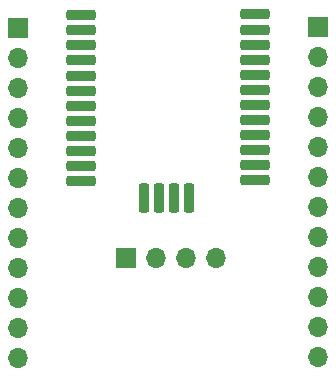
<source format=gbr>
%TF.GenerationSoftware,KiCad,Pcbnew,7.0.10*%
%TF.CreationDate,2024-05-25T00:15:11+05:30*%
%TF.ProjectId,bb-adaptor-V1,62622d61-6461-4707-946f-722d56312e6b,rev?*%
%TF.SameCoordinates,Original*%
%TF.FileFunction,Soldermask,Bot*%
%TF.FilePolarity,Negative*%
%FSLAX46Y46*%
G04 Gerber Fmt 4.6, Leading zero omitted, Abs format (unit mm)*
G04 Created by KiCad (PCBNEW 7.0.10) date 2024-05-25 00:15:11*
%MOMM*%
%LPD*%
G01*
G04 APERTURE LIST*
G04 Aperture macros list*
%AMRoundRect*
0 Rectangle with rounded corners*
0 $1 Rounding radius*
0 $2 $3 $4 $5 $6 $7 $8 $9 X,Y pos of 4 corners*
0 Add a 4 corners polygon primitive as box body*
4,1,4,$2,$3,$4,$5,$6,$7,$8,$9,$2,$3,0*
0 Add four circle primitives for the rounded corners*
1,1,$1+$1,$2,$3*
1,1,$1+$1,$4,$5*
1,1,$1+$1,$6,$7*
1,1,$1+$1,$8,$9*
0 Add four rect primitives between the rounded corners*
20,1,$1+$1,$2,$3,$4,$5,0*
20,1,$1+$1,$4,$5,$6,$7,0*
20,1,$1+$1,$6,$7,$8,$9,0*
20,1,$1+$1,$8,$9,$2,$3,0*%
G04 Aperture macros list end*
%ADD10R,1.700000X1.700000*%
%ADD11O,1.700000X1.700000*%
%ADD12RoundRect,0.225000X0.225000X-1.025000X0.225000X1.025000X-0.225000X1.025000X-0.225000X-1.025000X0*%
%ADD13RoundRect,0.225000X-1.025000X-0.225000X1.025000X-0.225000X1.025000X0.225000X-1.025000X0.225000X0*%
G04 APERTURE END LIST*
D10*
%TO.C,J3*%
X168402000Y-74930000D03*
D11*
X168402000Y-77470000D03*
X168402000Y-80010000D03*
X168402000Y-82550000D03*
X168402000Y-85090000D03*
X168402000Y-87630000D03*
X168402000Y-90170000D03*
X168402000Y-92710000D03*
X168402000Y-95250000D03*
X168402000Y-97790000D03*
X168402000Y-100330000D03*
X168402000Y-102870000D03*
%TD*%
D10*
%TO.C,J6*%
X152146000Y-94488000D03*
D11*
X154686000Y-94488000D03*
X157226000Y-94488000D03*
X159766000Y-94488000D03*
%TD*%
D10*
%TO.C,J1*%
X143002000Y-74990000D03*
D11*
X143002000Y-77530000D03*
X143002000Y-80070000D03*
X143002000Y-82610000D03*
X143002000Y-85150000D03*
X143002000Y-87690000D03*
X143002000Y-90230000D03*
X143002000Y-92770000D03*
X143002000Y-95310000D03*
X143002000Y-97850000D03*
X143002000Y-100390000D03*
X143002000Y-102930000D03*
%TD*%
D12*
%TO.C,J5*%
X153670000Y-89408000D03*
X154940000Y-89408000D03*
X156210000Y-89408000D03*
X157480000Y-89408000D03*
%TD*%
D13*
%TO.C,J2*%
X148346000Y-73874000D03*
X148366000Y-75184000D03*
X148366000Y-76454000D03*
X148366000Y-77724000D03*
X148336000Y-79034000D03*
X148336000Y-80304000D03*
X148336000Y-81574000D03*
X148336000Y-82844000D03*
X148336000Y-84114000D03*
X148336000Y-85384000D03*
X148336000Y-86654000D03*
X148336000Y-87924000D03*
%TD*%
%TO.C,J4*%
X163078000Y-73834000D03*
X163098000Y-75144000D03*
X163098000Y-76414000D03*
X163098000Y-77684000D03*
X163068000Y-78994000D03*
X163068000Y-80264000D03*
X163068000Y-81534000D03*
X163068000Y-82804000D03*
X163068000Y-84074000D03*
X163068000Y-85344000D03*
X163068000Y-86614000D03*
X163068000Y-87884000D03*
%TD*%
M02*

</source>
